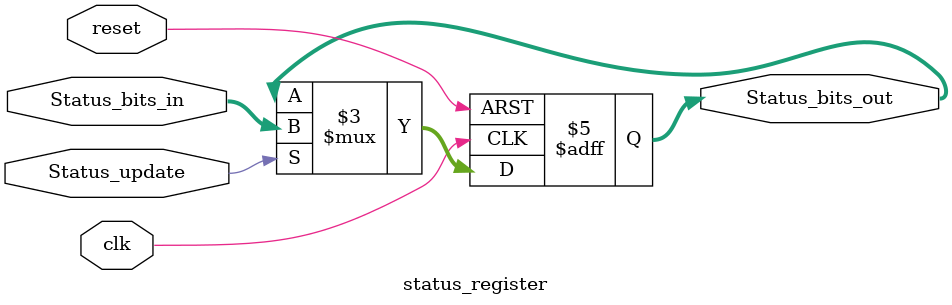
<source format=v>
module status_register(
    input clk, reset, Status_update,
    input [3 : 0]Status_bits_in,
    output reg[3 : 0]Status_bits_out
);
    
always @(negedge clk, posedge reset) begin
    if(reset)
       Status_bits_out = 4'b0;
    else if (Status_update)
       Status_bits_out = Status_bits_in;
    end

endmodule
</source>
